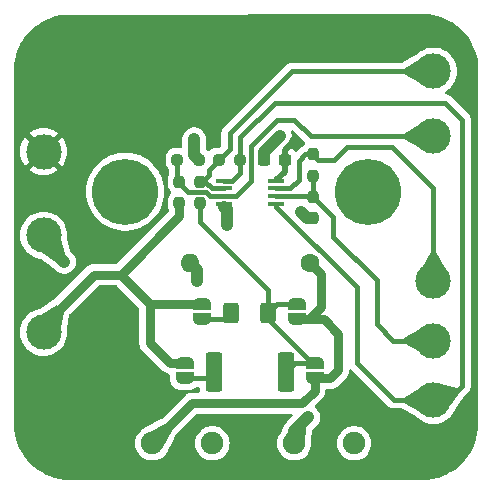
<source format=gbr>
%TF.GenerationSoftware,KiCad,Pcbnew,8.0.2*%
%TF.CreationDate,2024-12-27T17:59:50+11:00*%
%TF.ProjectId,Shutter-TestPlatform,53687574-7465-4722-9d54-657374506c61,rev?*%
%TF.SameCoordinates,Original*%
%TF.FileFunction,Copper,L1,Top*%
%TF.FilePolarity,Positive*%
%FSLAX46Y46*%
G04 Gerber Fmt 4.6, Leading zero omitted, Abs format (unit mm)*
G04 Created by KiCad (PCBNEW 8.0.2) date 2024-12-27 17:59:50*
%MOMM*%
%LPD*%
G01*
G04 APERTURE LIST*
G04 Aperture macros list*
%AMRoundRect*
0 Rectangle with rounded corners*
0 $1 Rounding radius*
0 $2 $3 $4 $5 $6 $7 $8 $9 X,Y pos of 4 corners*
0 Add a 4 corners polygon primitive as box body*
4,1,4,$2,$3,$4,$5,$6,$7,$8,$9,$2,$3,0*
0 Add four circle primitives for the rounded corners*
1,1,$1+$1,$2,$3*
1,1,$1+$1,$4,$5*
1,1,$1+$1,$6,$7*
1,1,$1+$1,$8,$9*
0 Add four rect primitives between the rounded corners*
20,1,$1+$1,$2,$3,$4,$5,0*
20,1,$1+$1,$4,$5,$6,$7,0*
20,1,$1+$1,$6,$7,$8,$9,0*
20,1,$1+$1,$8,$9,$2,$3,0*%
%AMFreePoly0*
4,1,19,0.500000,-0.750000,0.000000,-0.750000,0.000000,-0.744911,-0.071157,-0.744911,-0.207708,-0.704816,-0.327430,-0.627875,-0.420627,-0.520320,-0.479746,-0.390866,-0.500000,-0.250000,-0.500000,0.250000,-0.479746,0.390866,-0.420627,0.520320,-0.327430,0.627875,-0.207708,0.704816,-0.071157,0.744911,0.000000,0.744911,0.000000,0.750000,0.500000,0.750000,0.500000,-0.750000,0.500000,-0.750000,
$1*%
%AMFreePoly1*
4,1,19,0.000000,0.744911,0.071157,0.744911,0.207708,0.704816,0.327430,0.627875,0.420627,0.520320,0.479746,0.390866,0.500000,0.250000,0.500000,-0.250000,0.479746,-0.390866,0.420627,-0.520320,0.327430,-0.627875,0.207708,-0.704816,0.071157,-0.744911,0.000000,-0.744911,0.000000,-0.750000,-0.500000,-0.750000,-0.500000,0.750000,0.000000,0.750000,0.000000,0.744911,0.000000,0.744911,
$1*%
G04 Aperture macros list end*
%TA.AperFunction,SMDPad,CuDef*%
%ADD10RoundRect,0.237500X0.237500X-0.250000X0.237500X0.250000X-0.237500X0.250000X-0.237500X-0.250000X0*%
%TD*%
%TA.AperFunction,SMDPad,CuDef*%
%ADD11RoundRect,0.237500X-0.237500X0.250000X-0.237500X-0.250000X0.237500X-0.250000X0.237500X0.250000X0*%
%TD*%
%TA.AperFunction,SMDPad,CuDef*%
%ADD12FreePoly0,90.000000*%
%TD*%
%TA.AperFunction,SMDPad,CuDef*%
%ADD13FreePoly1,90.000000*%
%TD*%
%TA.AperFunction,SMDPad,CuDef*%
%ADD14C,3.000000*%
%TD*%
%TA.AperFunction,ComponentPad*%
%ADD15C,1.600000*%
%TD*%
%TA.AperFunction,ComponentPad*%
%ADD16O,1.600000X1.600000*%
%TD*%
%TA.AperFunction,ComponentPad*%
%ADD17C,5.600000*%
%TD*%
%TA.AperFunction,ComponentPad*%
%ADD18C,1.905000*%
%TD*%
%TA.AperFunction,SMDPad,CuDef*%
%ADD19RoundRect,0.237500X0.250000X0.237500X-0.250000X0.237500X-0.250000X-0.237500X0.250000X-0.237500X0*%
%TD*%
%TA.AperFunction,SMDPad,CuDef*%
%ADD20RoundRect,0.237500X0.300000X0.237500X-0.300000X0.237500X-0.300000X-0.237500X0.300000X-0.237500X0*%
%TD*%
%TA.AperFunction,SMDPad,CuDef*%
%ADD21RoundRect,0.237500X-0.250000X-0.237500X0.250000X-0.237500X0.250000X0.237500X-0.250000X0.237500X0*%
%TD*%
%TA.AperFunction,SMDPad,CuDef*%
%ADD22R,1.400000X0.450000*%
%TD*%
%TA.AperFunction,SMDPad,CuDef*%
%ADD23RoundRect,0.249999X0.450001X1.425001X-0.450001X1.425001X-0.450001X-1.425001X0.450001X-1.425001X0*%
%TD*%
%TA.AperFunction,SMDPad,CuDef*%
%ADD24RoundRect,0.250000X0.400000X0.625000X-0.400000X0.625000X-0.400000X-0.625000X0.400000X-0.625000X0*%
%TD*%
%TA.AperFunction,ViaPad*%
%ADD25C,0.800000*%
%TD*%
%TA.AperFunction,Conductor*%
%ADD26C,0.400000*%
%TD*%
%TA.AperFunction,Conductor*%
%ADD27C,1.000000*%
%TD*%
%TA.AperFunction,Conductor*%
%ADD28C,0.800000*%
%TD*%
%TA.AperFunction,Conductor*%
%ADD29C,0.500000*%
%TD*%
G04 APERTURE END LIST*
D10*
%TO.P,R4,1*%
%TO.N,/+12V*%
X159500000Y-76675724D03*
%TO.P,R4,2*%
%TO.N,/V1+*%
X159500000Y-74850724D03*
%TD*%
D11*
%TO.P,R8,1*%
%TO.N,/V2-*%
X170800000Y-76125000D03*
%TO.P,R8,2*%
%TO.N,GND*%
X170800000Y-77950000D03*
%TD*%
D12*
%TO.P,JP4,1,A*%
%TO.N,/MOTOR_{IN}*%
X170950000Y-91500000D03*
D13*
%TO.P,JP4,2,B*%
%TO.N,Net-(JP2-B)*%
X170950000Y-90200000D03*
%TD*%
D14*
%TO.P,TP3,1,1*%
%TO.N,/V1-*%
X181000000Y-65500000D03*
%TD*%
D12*
%TO.P,JP1,1,A*%
%TO.N,Net-(JP1-A)*%
X161450000Y-86500000D03*
D13*
%TO.P,JP1,2,B*%
%TO.N,/+12V*%
X161450000Y-85200000D03*
%TD*%
D15*
%TO.P,R9,1*%
%TO.N,/MOTOR_{IN}*%
X170580000Y-81750000D03*
D16*
%TO.P,R9,2*%
%TO.N,GND*%
X160420000Y-81750000D03*
%TD*%
D17*
%TO.P,H1,1,1*%
%TO.N,unconnected-(H1-Pad1)*%
X154900000Y-75700000D03*
%TD*%
D18*
%TO.P,J2,1,Pin_1*%
%TO.N,GND*%
X169210000Y-97000000D03*
%TO.P,J2,2*%
%TO.N,N/C*%
X174290000Y-97000000D03*
%TD*%
D19*
%TO.P,R5,1*%
%TO.N,GND*%
X161155213Y-73000000D03*
%TO.P,R5,2*%
%TO.N,/V1+*%
X159330213Y-73000000D03*
%TD*%
D20*
%TO.P,C1,1*%
%TO.N,/+5V*%
X168400000Y-73000000D03*
%TO.P,C1,2*%
%TO.N,GND*%
X166675000Y-73000000D03*
%TD*%
D21*
%TO.P,R6,1*%
%TO.N,/V1-*%
X162837500Y-73000000D03*
%TO.P,R6,2*%
%TO.N,/V1_{OUT}*%
X164662500Y-73000000D03*
%TD*%
D14*
%TO.P,TP10,1,1*%
%TO.N,/+12V*%
X148000000Y-87600000D03*
%TD*%
D17*
%TO.P,H2,1,1*%
%TO.N,unconnected-(H2-Pad1)*%
X175500000Y-75750000D03*
%TD*%
D10*
%TO.P,R3,1*%
%TO.N,Net-(JP2-B)*%
X161250000Y-76675724D03*
%TO.P,R3,2*%
%TO.N,/V1-*%
X161250000Y-74850724D03*
%TD*%
D18*
%TO.P,J1,1,Pin_1*%
%TO.N,/MOTOR_{IN}*%
X157210000Y-97000000D03*
%TO.P,J1,2*%
%TO.N,N/C*%
X162290000Y-97000000D03*
%TD*%
D14*
%TO.P,TP9,1,1*%
%TO.N,/+5V*%
X148000000Y-72300000D03*
%TD*%
D22*
%TO.P,IC1,1,OUT1*%
%TO.N,/V1_{OUT}*%
X163300000Y-74775000D03*
%TO.P,IC1,2,IN-1*%
%TO.N,/V1-*%
X163300000Y-75425000D03*
%TO.P,IC1,3,IN+1*%
%TO.N,/V1+*%
X163300000Y-76075000D03*
%TO.P,IC1,4,GND*%
%TO.N,GND*%
X163300000Y-76725000D03*
%TO.P,IC1,5,IN+2*%
%TO.N,/V1_{OUT}*%
X167700000Y-76725000D03*
%TO.P,IC1,6,IN-2*%
%TO.N,/V2-*%
X167700000Y-76075000D03*
%TO.P,IC1,7,OUT2*%
%TO.N,/V2_{OUT}*%
X167700000Y-75425000D03*
%TO.P,IC1,8,VS*%
%TO.N,/+5V*%
X167700000Y-74775000D03*
%TD*%
D11*
%TO.P,R7,1*%
%TO.N,/V2_{OUT}*%
X170800000Y-72537500D03*
%TO.P,R7,2*%
%TO.N,/V2-*%
X170800000Y-74362500D03*
%TD*%
D14*
%TO.P,TP11,1,1*%
%TO.N,GND*%
X148000000Y-79400000D03*
%TD*%
D12*
%TO.P,JP2,1,A*%
%TO.N,/MOTOR_{IN}*%
X169450000Y-86500000D03*
D13*
%TO.P,JP2,2,B*%
%TO.N,Net-(JP2-B)*%
X169450000Y-85200000D03*
%TD*%
D14*
%TO.P,TP4,1,1*%
%TO.N,/V1+*%
X181000000Y-71000000D03*
%TD*%
%TO.P,TP5,1,1*%
%TO.N,/V1_{OUT}*%
X181000000Y-93350000D03*
%TD*%
%TO.P,TP8,1,1*%
%TO.N,/V2_{OUT}*%
X181000000Y-83300000D03*
%TD*%
D23*
%TO.P,R2,1*%
%TO.N,Net-(JP2-B)*%
X168500000Y-91000000D03*
%TO.P,R2,2*%
%TO.N,Net-(JP3-A)*%
X162400000Y-91000000D03*
%TD*%
D24*
%TO.P,R1,1*%
%TO.N,Net-(JP2-B)*%
X167000000Y-86000000D03*
%TO.P,R1,2*%
%TO.N,Net-(JP1-A)*%
X163900000Y-86000000D03*
%TD*%
D12*
%TO.P,JP3,1,A*%
%TO.N,Net-(JP3-A)*%
X159950000Y-91500000D03*
D13*
%TO.P,JP3,2,B*%
%TO.N,/+12V*%
X159950000Y-90200000D03*
%TD*%
D14*
%TO.P,TP6,1,1*%
%TO.N,/V2-*%
X181000000Y-88300000D03*
%TD*%
D25*
%TO.N,GND*%
X161000000Y-83250000D03*
X169800000Y-77450000D03*
X149750000Y-81650000D03*
X160750000Y-71250462D03*
X163500000Y-78500000D03*
X170400000Y-94790000D03*
X168000000Y-71000000D03*
%TO.N,/+5V*%
X165000000Y-67200000D03*
X169200000Y-71400000D03*
%TD*%
D26*
%TO.N,/V2_{OUT}*%
X173700000Y-71900000D02*
X177500000Y-71900000D01*
X172600000Y-73000000D02*
X173700000Y-71900000D01*
X181000000Y-75400000D02*
X181000000Y-83300000D01*
X171262500Y-73000000D02*
X172600000Y-73000000D01*
X177500000Y-71900000D02*
X181000000Y-75400000D01*
X170800000Y-72537500D02*
X171262500Y-73000000D01*
%TO.N,/V1_{OUT}*%
X183460000Y-92140000D02*
X182250000Y-93350000D01*
X182250000Y-93350000D02*
X181000000Y-93350000D01*
X182000000Y-68150000D02*
X183460000Y-69610000D01*
X167600000Y-68150000D02*
X182000000Y-68150000D01*
X164662500Y-71087500D02*
X167600000Y-68150000D01*
X164662500Y-73000000D02*
X164662500Y-71087500D01*
X183460000Y-69610000D02*
X183460000Y-92140000D01*
%TO.N,/V1+*%
X169200000Y-69600000D02*
X170600000Y-71000000D01*
X163300000Y-76075000D02*
X164325000Y-76075000D01*
X159330213Y-74680937D02*
X159500000Y-74850724D01*
X165600000Y-71800000D02*
X167800000Y-69600000D01*
X162075000Y-76075000D02*
X163300000Y-76075000D01*
X159330213Y-73000000D02*
X159330213Y-74680937D01*
X165600000Y-74800000D02*
X165600000Y-71800000D01*
X159500000Y-75000000D02*
X160250000Y-75750000D01*
X164325000Y-76075000D02*
X165600000Y-74800000D01*
X159500000Y-74850724D02*
X159500000Y-75000000D01*
X160250000Y-75750000D02*
X161750000Y-75750000D01*
X161750000Y-75750000D02*
X162075000Y-76075000D01*
X167800000Y-69600000D02*
X169200000Y-69600000D01*
X170600000Y-71000000D02*
X181000000Y-71000000D01*
%TO.N,/V1-*%
X169000000Y-65500000D02*
X181000000Y-65500000D01*
X163750000Y-70750000D02*
X169000000Y-65500000D01*
X163750000Y-72087500D02*
X163750000Y-70750000D01*
X161399276Y-74850724D02*
X162000000Y-74250000D01*
X161250000Y-74850724D02*
X161699252Y-74850724D01*
X161699252Y-74850724D02*
X162273528Y-75425000D01*
X162837500Y-73000000D02*
X163750000Y-72087500D01*
X162000000Y-73837500D02*
X162837500Y-73000000D01*
X162273528Y-75425000D02*
X163300000Y-75425000D01*
X162000000Y-74250000D02*
X162000000Y-73837500D01*
X161250000Y-74850724D02*
X161399276Y-74850724D01*
%TO.N,/V1_{OUT}*%
X164662500Y-74087500D02*
X164662500Y-73000000D01*
X163300000Y-74775000D02*
X163975000Y-74775000D01*
X167675000Y-76750000D02*
X167700000Y-76725000D01*
X163975000Y-74775000D02*
X164662500Y-74087500D01*
D27*
%TO.N,GND*%
X149750000Y-81650000D02*
X148000000Y-79900000D01*
X148000000Y-79900000D02*
X148000000Y-79400000D01*
X169800000Y-77450000D02*
X170300000Y-77950000D01*
X163500000Y-77200000D02*
X163300000Y-77000000D01*
X169210000Y-95980000D02*
X169210000Y-97000000D01*
X160750000Y-72594787D02*
X161155213Y-73000000D01*
X163500000Y-78500000D02*
X163500000Y-77200000D01*
X170400000Y-94790000D02*
X169210000Y-95980000D01*
X161000000Y-82330000D02*
X160420000Y-81750000D01*
X168000000Y-71000000D02*
X166675000Y-72325000D01*
X166675000Y-72325000D02*
X166675000Y-73000000D01*
X170300000Y-77950000D02*
X170800000Y-77950000D01*
X161000000Y-83250000D02*
X161000000Y-82330000D01*
X160750000Y-71250462D02*
X160750000Y-72594787D01*
D28*
%TO.N,/MOTOR_{IN}*%
X170950000Y-92540000D02*
X170950000Y-91500000D01*
X172960000Y-87710000D02*
X172960000Y-90810000D01*
X169450000Y-86500000D02*
X170500000Y-86500000D01*
X157210000Y-97000000D02*
X160600000Y-93610000D01*
X171500000Y-82670000D02*
X170580000Y-81750000D01*
X172270000Y-91500000D02*
X170950000Y-91500000D01*
X171750000Y-86500000D02*
X172960000Y-87710000D01*
X170500000Y-86500000D02*
X171500000Y-85500000D01*
X171500000Y-85500000D02*
X171500000Y-82670000D01*
X169880000Y-93610000D02*
X170950000Y-92540000D01*
X169450000Y-86500000D02*
X171750000Y-86500000D01*
X172960000Y-90810000D02*
X172270000Y-91500000D01*
X160600000Y-93610000D02*
X169880000Y-93610000D01*
D26*
%TO.N,/V2_{OUT}*%
X169600000Y-73100000D02*
X170162500Y-72537500D01*
X167700000Y-75425000D02*
X168875000Y-75425000D01*
X168875000Y-75425000D02*
X169600000Y-74700000D01*
X170162500Y-72537500D02*
X170800000Y-72537500D01*
X169600000Y-74700000D02*
X169600000Y-73100000D01*
%TO.N,/V2-*%
X170800000Y-76125000D02*
X170800000Y-76200000D01*
X170800000Y-74362500D02*
X170800000Y-76125000D01*
X167700000Y-76075000D02*
X170750000Y-76075000D01*
X170750000Y-76075000D02*
X170800000Y-76125000D01*
D29*
%TO.N,/+5V*%
X168400000Y-73000000D02*
X168400000Y-74050000D01*
X168400000Y-72200000D02*
X168400000Y-73000000D01*
X168400000Y-74050000D02*
X167700000Y-74750000D01*
X169200000Y-71400000D02*
X168400000Y-72200000D01*
D28*
%TO.N,/+12V*%
X157007406Y-88492594D02*
X157007406Y-85200000D01*
X148000000Y-87000000D02*
X148000000Y-87600000D01*
X154528703Y-82721297D02*
X159500000Y-77750000D01*
X154528703Y-82721297D02*
X157007406Y-85200000D01*
X159500000Y-77750000D02*
X159500000Y-76675724D01*
X157007406Y-85200000D02*
X161450000Y-85200000D01*
X154528703Y-82721297D02*
X152278703Y-82721297D01*
X157000000Y-88500000D02*
X157007406Y-88492594D01*
X152278703Y-82721297D02*
X148000000Y-87000000D01*
X158700000Y-90200000D02*
X157007406Y-88507406D01*
X157000000Y-88500000D02*
X157007406Y-88507406D01*
X159950000Y-90200000D02*
X158700000Y-90200000D01*
D26*
%TO.N,Net-(JP1-A)*%
X161450000Y-86500000D02*
X163400000Y-86500000D01*
X163400000Y-86500000D02*
X163900000Y-86000000D01*
%TO.N,Net-(JP2-B)*%
X167000000Y-86000000D02*
X167800000Y-85200000D01*
X167000000Y-86000000D02*
X167000000Y-86475000D01*
X167000000Y-86475000D02*
X170725000Y-90200000D01*
X161250000Y-78250000D02*
X161250000Y-76675724D01*
X167800000Y-85200000D02*
X169450000Y-85200000D01*
X170725000Y-90200000D02*
X170950000Y-90200000D01*
X167000000Y-86000000D02*
X167000000Y-84000000D01*
X168500000Y-91000000D02*
X169300000Y-90200000D01*
X167000000Y-84000000D02*
X161250000Y-78250000D01*
X169300000Y-90200000D02*
X170950000Y-90200000D01*
%TO.N,Net-(JP3-A)*%
X159950000Y-91500000D02*
X161900000Y-91500000D01*
X161900000Y-91500000D02*
X162400000Y-91000000D01*
%TO.N,/V2-*%
X181060000Y-88860000D02*
X181000000Y-88800000D01*
X170800000Y-76125000D02*
X172500000Y-77825000D01*
X172500000Y-79500000D02*
X176200000Y-83200000D01*
X172500000Y-77825000D02*
X172500000Y-79500000D01*
X176200000Y-83200000D02*
X176200000Y-86900000D01*
X176200000Y-86900000D02*
X177600000Y-88300000D01*
X177600000Y-88300000D02*
X181000000Y-88300000D01*
%TO.N,/V1_{OUT}*%
X167700000Y-77000000D02*
X167700000Y-76725000D01*
X181000000Y-93350000D02*
X177650000Y-93350000D01*
X177650000Y-93350000D02*
X174500000Y-90200000D01*
X174500000Y-90200000D02*
X174500000Y-83800000D01*
X174500000Y-83800000D02*
X167700000Y-77000000D01*
%TD*%
%TA.AperFunction,Conductor*%
%TO.N,/+5V*%
G36*
X169102986Y-70512191D02*
G01*
X169151508Y-70542165D01*
X170122099Y-71512757D01*
X170155584Y-71574080D01*
X170150600Y-71643772D01*
X170108728Y-71699705D01*
X170102893Y-71703677D01*
X170101654Y-71704656D01*
X169979658Y-71826651D01*
X169977200Y-71830637D01*
X169925250Y-71877358D01*
X169919119Y-71880094D01*
X169830697Y-71916720D01*
X169830682Y-71916728D01*
X169715956Y-71993385D01*
X169432593Y-72276748D01*
X169371270Y-72310233D01*
X169301578Y-72305249D01*
X169257231Y-72276748D01*
X169160538Y-72180055D01*
X169160534Y-72180052D01*
X169013811Y-72089551D01*
X169013800Y-72089546D01*
X168850152Y-72035319D01*
X168749154Y-72025000D01*
X168689282Y-72025000D01*
X168622243Y-72005315D01*
X168576488Y-71952511D01*
X168566544Y-71883353D01*
X168595569Y-71819797D01*
X168601601Y-71813319D01*
X168777136Y-71637784D01*
X168777136Y-71637783D01*
X168777139Y-71637781D01*
X168886631Y-71473914D01*
X168962051Y-71291836D01*
X169000500Y-71098540D01*
X169000500Y-70901460D01*
X169000500Y-70901457D01*
X169000499Y-70901455D01*
X168962051Y-70708164D01*
X168949265Y-70677298D01*
X168941797Y-70607830D01*
X168973072Y-70545350D01*
X169033161Y-70509698D01*
X169102986Y-70512191D01*
G37*
%TD.AperFunction*%
%TA.AperFunction,Conductor*%
G36*
X180188216Y-60675064D02*
G01*
X180586597Y-60695392D01*
X180597400Y-60696419D01*
X180990418Y-60751291D01*
X181001080Y-60753259D01*
X181364117Y-60836905D01*
X181387758Y-60842352D01*
X181398239Y-60845256D01*
X181775627Y-60967889D01*
X181785801Y-60971697D01*
X181814546Y-60983915D01*
X182150975Y-61126919D01*
X182160787Y-61131608D01*
X182510962Y-61318234D01*
X182520316Y-61323758D01*
X182563384Y-61351815D01*
X182852799Y-61540356D01*
X182861642Y-61546686D01*
X183173857Y-61791574D01*
X183182112Y-61798655D01*
X183471666Y-62069958D01*
X183479269Y-62077735D01*
X183743944Y-62373373D01*
X183750836Y-62381787D01*
X183988579Y-62699468D01*
X183994707Y-62708452D01*
X184203706Y-63045754D01*
X184209023Y-63055241D01*
X184387659Y-63409549D01*
X184392125Y-63419466D01*
X184539032Y-63788076D01*
X184542611Y-63798346D01*
X184656650Y-64178396D01*
X184659316Y-64188940D01*
X184739616Y-64577526D01*
X184741348Y-64588263D01*
X184787292Y-64982398D01*
X184788076Y-64993245D01*
X184799432Y-65394322D01*
X184799467Y-65399761D01*
X184798747Y-65446025D01*
X184799500Y-65456644D01*
X184799500Y-95397293D01*
X184799382Y-95402702D01*
X184781853Y-95804181D01*
X184780910Y-95814957D01*
X184728811Y-96210685D01*
X184726933Y-96221339D01*
X184640538Y-96611039D01*
X184637738Y-96621487D01*
X184517713Y-97002159D01*
X184514013Y-97012325D01*
X184361263Y-97381096D01*
X184356691Y-97390900D01*
X184172388Y-97744942D01*
X184166980Y-97754310D01*
X183952511Y-98090959D01*
X183946306Y-98099820D01*
X183703319Y-98416487D01*
X183696365Y-98424774D01*
X183426705Y-98719056D01*
X183419056Y-98726705D01*
X183124774Y-98996365D01*
X183116487Y-99003319D01*
X182799820Y-99246306D01*
X182790959Y-99252511D01*
X182454310Y-99466980D01*
X182444942Y-99472388D01*
X182090900Y-99656691D01*
X182081096Y-99661263D01*
X181712325Y-99814013D01*
X181702159Y-99817713D01*
X181321487Y-99937738D01*
X181311039Y-99940538D01*
X180921339Y-100026933D01*
X180910685Y-100028811D01*
X180514957Y-100080910D01*
X180504181Y-100081853D01*
X180102703Y-100099382D01*
X180097294Y-100099500D01*
X150202706Y-100099500D01*
X150197297Y-100099382D01*
X149795818Y-100081853D01*
X149785042Y-100080910D01*
X149389314Y-100028811D01*
X149378660Y-100026933D01*
X148988960Y-99940538D01*
X148978512Y-99937738D01*
X148597840Y-99817713D01*
X148587674Y-99814013D01*
X148218903Y-99661263D01*
X148209099Y-99656691D01*
X147855057Y-99472388D01*
X147845689Y-99466980D01*
X147509040Y-99252511D01*
X147500179Y-99246306D01*
X147183512Y-99003319D01*
X147175225Y-98996365D01*
X146880943Y-98726705D01*
X146873294Y-98719056D01*
X146603634Y-98424774D01*
X146596680Y-98416487D01*
X146353693Y-98099820D01*
X146347488Y-98090959D01*
X146133019Y-97754310D01*
X146127611Y-97744942D01*
X146061857Y-97618630D01*
X145943305Y-97390893D01*
X145938736Y-97381096D01*
X145785982Y-97012315D01*
X145782286Y-97002159D01*
X145781605Y-97000000D01*
X145662260Y-96621483D01*
X145659461Y-96611039D01*
X145591853Y-96306081D01*
X145573064Y-96221331D01*
X145571188Y-96210685D01*
X145571181Y-96210629D01*
X145519087Y-95814937D01*
X145518147Y-95804202D01*
X145500618Y-95402702D01*
X145500500Y-95397293D01*
X145500500Y-87599998D01*
X145994390Y-87599998D01*
X145994390Y-87600001D01*
X146014804Y-87885433D01*
X146075628Y-88165037D01*
X146075630Y-88165043D01*
X146075631Y-88165046D01*
X146149039Y-88361859D01*
X146175635Y-88433166D01*
X146312770Y-88684309D01*
X146312775Y-88684317D01*
X146484254Y-88913387D01*
X146484270Y-88913405D01*
X146686594Y-89115729D01*
X146686612Y-89115745D01*
X146915682Y-89287224D01*
X146915690Y-89287229D01*
X147166833Y-89424364D01*
X147166832Y-89424364D01*
X147166836Y-89424365D01*
X147166839Y-89424367D01*
X147434954Y-89524369D01*
X147434960Y-89524370D01*
X147434962Y-89524371D01*
X147714566Y-89585195D01*
X147714568Y-89585195D01*
X147714572Y-89585196D01*
X147968220Y-89603337D01*
X147999999Y-89605610D01*
X148000000Y-89605610D01*
X148000001Y-89605610D01*
X148028595Y-89603564D01*
X148285428Y-89585196D01*
X148371957Y-89566373D01*
X148565037Y-89524371D01*
X148565037Y-89524370D01*
X148565046Y-89524369D01*
X148833161Y-89424367D01*
X149084315Y-89287226D01*
X149313395Y-89115739D01*
X149515739Y-88913395D01*
X149687226Y-88684315D01*
X149824367Y-88433161D01*
X149924369Y-88165046D01*
X149985196Y-87885428D01*
X150005610Y-87600000D01*
X149985196Y-87314572D01*
X149973697Y-87261715D01*
X149972713Y-87214026D01*
X150159202Y-86146173D01*
X150190125Y-86083522D01*
X150193646Y-86079852D01*
X152615384Y-83658116D01*
X152676707Y-83624631D01*
X152703065Y-83621797D01*
X154104341Y-83621797D01*
X154171380Y-83641482D01*
X154192022Y-83658116D01*
X156070587Y-85536680D01*
X156104072Y-85598003D01*
X156106906Y-85624361D01*
X156106906Y-88361859D01*
X156104524Y-88386048D01*
X156099500Y-88411307D01*
X156099500Y-88588696D01*
X156134103Y-88762658D01*
X156134105Y-88762666D01*
X156201988Y-88926548D01*
X156300534Y-89074034D01*
X156300538Y-89074039D01*
X156307938Y-89081438D01*
X156307942Y-89081442D01*
X158000536Y-90774035D01*
X158125965Y-90899464D01*
X158273453Y-90998013D01*
X158407311Y-91053458D01*
X158407314Y-91053459D01*
X158407315Y-91053460D01*
X158437329Y-91065892D01*
X158437334Y-91065894D01*
X158518657Y-91082070D01*
X158594691Y-91097195D01*
X158656602Y-91129580D01*
X158691176Y-91190296D01*
X158694500Y-91218812D01*
X158694500Y-91571889D01*
X158714974Y-91714296D01*
X158714976Y-91714304D01*
X158750198Y-91834261D01*
X158755483Y-91852258D01*
X158815252Y-91983136D01*
X158815253Y-91983138D01*
X158889376Y-92098476D01*
X158890196Y-92099917D01*
X158892988Y-92104098D01*
X158987206Y-92212829D01*
X158987210Y-92212833D01*
X159095864Y-92306981D01*
X159095867Y-92306984D01*
X159095869Y-92306985D01*
X159095870Y-92306986D01*
X159216906Y-92384770D01*
X159216914Y-92384774D01*
X159216923Y-92384779D01*
X159341642Y-92441736D01*
X159345941Y-92443985D01*
X159347692Y-92444499D01*
X159485744Y-92485035D01*
X159485745Y-92485035D01*
X159485748Y-92485036D01*
X159528183Y-92491136D01*
X159628059Y-92505497D01*
X159684399Y-92505497D01*
X159684409Y-92505500D01*
X159735764Y-92505500D01*
X160215573Y-92505500D01*
X160215601Y-92505497D01*
X160271940Y-92505497D01*
X160271941Y-92505497D01*
X160275289Y-92505015D01*
X160277228Y-92504737D01*
X160346387Y-92514678D01*
X160394675Y-92556518D01*
X160418524Y-92504297D01*
X160477301Y-92466523D01*
X160552309Y-92444498D01*
X160683094Y-92384770D01*
X160804130Y-92306986D01*
X160814490Y-92298009D01*
X160892070Y-92230787D01*
X160955625Y-92201762D01*
X160973272Y-92200500D01*
X161075500Y-92200500D01*
X161142539Y-92220185D01*
X161188294Y-92272989D01*
X161199500Y-92324500D01*
X161199500Y-92475019D01*
X161209500Y-92572898D01*
X161196731Y-92641591D01*
X161148850Y-92692475D01*
X161086142Y-92709500D01*
X160512237Y-92709500D01*
X160445198Y-92689815D01*
X160411867Y-92651349D01*
X160399195Y-92694511D01*
X160346392Y-92740267D01*
X160342331Y-92742035D01*
X160255393Y-92778046D01*
X160173455Y-92811985D01*
X160088030Y-92869065D01*
X160025961Y-92910537D01*
X157999375Y-94937123D01*
X157969322Y-94959237D01*
X156632381Y-95660960D01*
X156624586Y-95664711D01*
X156624336Y-95664820D01*
X156412563Y-95779426D01*
X156412558Y-95779429D01*
X156284630Y-95879000D01*
X156222537Y-95927329D01*
X156222534Y-95927331D01*
X156222534Y-95927332D01*
X156059449Y-96104490D01*
X155927743Y-96306081D01*
X155831017Y-96526594D01*
X155771904Y-96760027D01*
X155752020Y-96999994D01*
X155752020Y-97000005D01*
X155771904Y-97239972D01*
X155771904Y-97239975D01*
X155771905Y-97239976D01*
X155831017Y-97473405D01*
X155927745Y-97693922D01*
X156059449Y-97895510D01*
X156222537Y-98072671D01*
X156412561Y-98220572D01*
X156624336Y-98335179D01*
X156742598Y-98375778D01*
X156852083Y-98413365D01*
X156852085Y-98413365D01*
X156852087Y-98413366D01*
X157089601Y-98453000D01*
X157089602Y-98453000D01*
X157330398Y-98453000D01*
X157330399Y-98453000D01*
X157567913Y-98413366D01*
X157795664Y-98335179D01*
X158007439Y-98220572D01*
X158197463Y-98072671D01*
X158360551Y-97895510D01*
X158492255Y-97693922D01*
X158525285Y-97618618D01*
X158538360Y-97595770D01*
X158542547Y-97589983D01*
X158852215Y-96999994D01*
X160832020Y-96999994D01*
X160832020Y-97000005D01*
X160851904Y-97239972D01*
X160851904Y-97239975D01*
X160851905Y-97239976D01*
X160911017Y-97473405D01*
X161007745Y-97693922D01*
X161139449Y-97895510D01*
X161302537Y-98072671D01*
X161492561Y-98220572D01*
X161704336Y-98335179D01*
X161822598Y-98375778D01*
X161932083Y-98413365D01*
X161932085Y-98413365D01*
X161932087Y-98413366D01*
X162169601Y-98453000D01*
X162169602Y-98453000D01*
X162410398Y-98453000D01*
X162410399Y-98453000D01*
X162647913Y-98413366D01*
X162875664Y-98335179D01*
X163087439Y-98220572D01*
X163277463Y-98072671D01*
X163440551Y-97895510D01*
X163572255Y-97693922D01*
X163668983Y-97473405D01*
X163728095Y-97239976D01*
X163746959Y-97012325D01*
X163747980Y-97000005D01*
X163747980Y-96999994D01*
X163728095Y-96760027D01*
X163728095Y-96760024D01*
X163668983Y-96526595D01*
X163572255Y-96306078D01*
X163440551Y-96104490D01*
X163277463Y-95927329D01*
X163119242Y-95804181D01*
X163087441Y-95779429D01*
X162875665Y-95664821D01*
X162875656Y-95664818D01*
X162647916Y-95586634D01*
X162469777Y-95556908D01*
X162410399Y-95547000D01*
X162169601Y-95547000D01*
X162122098Y-95554926D01*
X161932083Y-95586634D01*
X161704343Y-95664818D01*
X161704334Y-95664821D01*
X161492558Y-95779429D01*
X161364630Y-95879000D01*
X161302537Y-95927329D01*
X161302534Y-95927331D01*
X161302534Y-95927332D01*
X161139449Y-96104490D01*
X161007743Y-96306081D01*
X160911017Y-96526594D01*
X160851904Y-96760027D01*
X160832020Y-96999994D01*
X158852215Y-96999994D01*
X159250758Y-96240677D01*
X159272866Y-96210632D01*
X160936681Y-94546819D01*
X160998004Y-94513334D01*
X161024362Y-94510500D01*
X168965218Y-94510500D01*
X169032257Y-94530185D01*
X169078012Y-94582989D01*
X169087956Y-94652147D01*
X169058931Y-94715703D01*
X169052903Y-94722176D01*
X168572221Y-95202858D01*
X168572218Y-95202861D01*
X168511169Y-95263910D01*
X168432859Y-95342219D01*
X168323371Y-95506080D01*
X168323366Y-95506089D01*
X168276503Y-95619229D01*
X168247950Y-95688159D01*
X168247949Y-95688163D01*
X168247949Y-95688164D01*
X168245495Y-95700500D01*
X168245494Y-95700502D01*
X168209500Y-95881453D01*
X168208978Y-95886758D01*
X168186524Y-95946609D01*
X168130700Y-96024867D01*
X168129189Y-96027039D01*
X168118648Y-96040180D01*
X168059449Y-96104489D01*
X167927743Y-96306081D01*
X167831017Y-96526594D01*
X167771904Y-96760027D01*
X167752020Y-96999994D01*
X167752020Y-97000005D01*
X167771904Y-97239972D01*
X167771904Y-97239975D01*
X167771905Y-97239976D01*
X167831017Y-97473405D01*
X167927745Y-97693922D01*
X168059449Y-97895510D01*
X168222537Y-98072671D01*
X168412561Y-98220572D01*
X168624336Y-98335179D01*
X168742598Y-98375778D01*
X168852083Y-98413365D01*
X168852085Y-98413365D01*
X168852087Y-98413366D01*
X169089601Y-98453000D01*
X169089602Y-98453000D01*
X169330398Y-98453000D01*
X169330399Y-98453000D01*
X169567913Y-98413366D01*
X169795664Y-98335179D01*
X170007439Y-98220572D01*
X170197463Y-98072671D01*
X170360551Y-97895510D01*
X170492255Y-97693922D01*
X170588983Y-97473405D01*
X170648095Y-97239976D01*
X170667577Y-97004859D01*
X170667752Y-97003463D01*
X170667720Y-97003460D01*
X170668041Y-96999994D01*
X172832020Y-96999994D01*
X172832020Y-97000005D01*
X172851904Y-97239972D01*
X172851904Y-97239975D01*
X172851905Y-97239976D01*
X172911017Y-97473405D01*
X173007745Y-97693922D01*
X173139449Y-97895510D01*
X173302537Y-98072671D01*
X173492561Y-98220572D01*
X173704336Y-98335179D01*
X173822598Y-98375778D01*
X173932083Y-98413365D01*
X173932085Y-98413365D01*
X173932087Y-98413366D01*
X174169601Y-98453000D01*
X174169602Y-98453000D01*
X174410398Y-98453000D01*
X174410399Y-98453000D01*
X174647913Y-98413366D01*
X174875664Y-98335179D01*
X175087439Y-98220572D01*
X175277463Y-98072671D01*
X175440551Y-97895510D01*
X175572255Y-97693922D01*
X175668983Y-97473405D01*
X175728095Y-97239976D01*
X175746959Y-97012325D01*
X175747980Y-97000005D01*
X175747980Y-96999994D01*
X175728095Y-96760027D01*
X175728095Y-96760024D01*
X175668983Y-96526595D01*
X175572255Y-96306078D01*
X175440551Y-96104490D01*
X175277463Y-95927329D01*
X175119242Y-95804181D01*
X175087441Y-95779429D01*
X174875665Y-95664821D01*
X174875656Y-95664818D01*
X174647916Y-95586634D01*
X174469777Y-95556908D01*
X174410399Y-95547000D01*
X174169601Y-95547000D01*
X174122098Y-95554926D01*
X173932083Y-95586634D01*
X173704343Y-95664818D01*
X173704334Y-95664821D01*
X173492558Y-95779429D01*
X173364630Y-95879000D01*
X173302537Y-95927329D01*
X173302534Y-95927331D01*
X173302534Y-95927332D01*
X173139449Y-96104490D01*
X173007743Y-96306081D01*
X172911017Y-96526594D01*
X172851904Y-96760027D01*
X172832020Y-96999994D01*
X170668041Y-96999994D01*
X170668128Y-96999050D01*
X170673093Y-96760024D01*
X170689625Y-95964105D01*
X170710697Y-95897491D01*
X170725907Y-95879011D01*
X171177139Y-95427781D01*
X171286631Y-95263914D01*
X171362051Y-95081836D01*
X171400500Y-94888540D01*
X171400500Y-94691460D01*
X171400500Y-94691457D01*
X171400499Y-94691455D01*
X171362051Y-94498164D01*
X171286631Y-94316086D01*
X171286629Y-94316083D01*
X171286627Y-94316079D01*
X171177139Y-94152219D01*
X171177136Y-94152215D01*
X171037783Y-94012862D01*
X170991281Y-93981791D01*
X170946475Y-93928178D01*
X170937768Y-93858854D01*
X170967922Y-93795826D01*
X170972469Y-93791028D01*
X171649464Y-93114035D01*
X171701629Y-93035965D01*
X171748013Y-92966547D01*
X171771213Y-92910537D01*
X171774145Y-92903459D01*
X171774145Y-92903458D01*
X171815895Y-92802666D01*
X171850500Y-92628691D01*
X171850500Y-92524500D01*
X171870185Y-92457461D01*
X171922989Y-92411706D01*
X171974500Y-92400500D01*
X172358693Y-92400500D01*
X172358694Y-92400499D01*
X172532666Y-92365895D01*
X172614606Y-92331953D01*
X172696547Y-92298013D01*
X172797158Y-92230787D01*
X172824028Y-92212833D01*
X172830667Y-92208396D01*
X172844036Y-92199464D01*
X173659463Y-91384036D01*
X173659464Y-91384035D01*
X173758013Y-91236547D01*
X173825894Y-91072666D01*
X173840348Y-91000000D01*
X173848649Y-90958268D01*
X173860500Y-90898694D01*
X173860500Y-90850520D01*
X173880185Y-90783481D01*
X173932989Y-90737726D01*
X174002147Y-90727782D01*
X174065703Y-90756807D01*
X174072181Y-90762839D01*
X177203454Y-93894112D01*
X177318192Y-93970777D01*
X177419796Y-94012862D01*
X177445672Y-94023580D01*
X177445676Y-94023580D01*
X177445677Y-94023581D01*
X177581003Y-94050500D01*
X177581006Y-94050500D01*
X177581007Y-94050500D01*
X178324543Y-94050500D01*
X178385905Y-94066746D01*
X179536744Y-94722123D01*
X179563056Y-94742190D01*
X179686595Y-94865729D01*
X179686602Y-94865736D01*
X179686612Y-94865745D01*
X179915682Y-95037224D01*
X179915690Y-95037229D01*
X180166833Y-95174364D01*
X180166832Y-95174364D01*
X180166836Y-95174365D01*
X180166839Y-95174367D01*
X180434954Y-95274369D01*
X180434960Y-95274370D01*
X180434962Y-95274371D01*
X180714566Y-95335195D01*
X180714568Y-95335195D01*
X180714572Y-95335196D01*
X180955188Y-95352405D01*
X180999999Y-95355610D01*
X181000000Y-95355610D01*
X181000001Y-95355610D01*
X181044812Y-95352405D01*
X181285428Y-95335196D01*
X181565046Y-95274369D01*
X181833161Y-95174367D01*
X182084315Y-95037226D01*
X182313395Y-94865739D01*
X182515739Y-94663395D01*
X182687226Y-94434315D01*
X182824367Y-94183161D01*
X182858417Y-94091866D01*
X182873467Y-94063448D01*
X182882654Y-94050500D01*
X183713169Y-92879961D01*
X183726607Y-92864048D01*
X184004113Y-92586543D01*
X184009957Y-92577798D01*
X184080775Y-92471811D01*
X184111707Y-92397134D01*
X184116829Y-92384770D01*
X184133578Y-92344333D01*
X184133580Y-92344329D01*
X184158216Y-92220473D01*
X184159734Y-92212844D01*
X184159737Y-92212829D01*
X184160499Y-92209000D01*
X184160500Y-92208990D01*
X184160500Y-69541005D01*
X184149212Y-69484262D01*
X184149212Y-69484260D01*
X184133581Y-69405679D01*
X184133580Y-69405672D01*
X184080775Y-69278189D01*
X184004114Y-69163457D01*
X184004112Y-69163454D01*
X182446545Y-67605887D01*
X182331807Y-67529222D01*
X182204332Y-67476421D01*
X182204322Y-67476418D01*
X182063331Y-67448373D01*
X182001420Y-67415988D01*
X181966846Y-67355272D01*
X181970586Y-67285503D01*
X182011453Y-67228831D01*
X182028097Y-67217924D01*
X182084304Y-67187232D01*
X182084303Y-67187232D01*
X182084315Y-67187226D01*
X182313395Y-67015739D01*
X182515739Y-66813395D01*
X182687226Y-66584315D01*
X182824367Y-66333161D01*
X182924369Y-66065046D01*
X182985196Y-65785428D01*
X183005610Y-65500000D01*
X182985196Y-65214572D01*
X182937049Y-64993245D01*
X182924371Y-64934962D01*
X182924370Y-64934960D01*
X182924369Y-64934954D01*
X182824367Y-64666839D01*
X182776217Y-64578660D01*
X182687229Y-64415690D01*
X182687224Y-64415682D01*
X182515745Y-64186612D01*
X182515729Y-64186594D01*
X182313405Y-63984270D01*
X182313387Y-63984254D01*
X182084317Y-63812775D01*
X182084309Y-63812770D01*
X181833166Y-63675635D01*
X181833167Y-63675635D01*
X181725915Y-63635632D01*
X181565046Y-63575631D01*
X181565043Y-63575630D01*
X181565037Y-63575628D01*
X181285433Y-63514804D01*
X181000001Y-63494390D01*
X180999999Y-63494390D01*
X180714566Y-63514804D01*
X180434962Y-63575628D01*
X180166833Y-63675635D01*
X179915690Y-63812770D01*
X179915682Y-63812775D01*
X179686616Y-63984251D01*
X179686605Y-63984261D01*
X179563062Y-64107803D01*
X179536744Y-64127874D01*
X179214604Y-64311326D01*
X178442773Y-64750867D01*
X178385903Y-64783253D01*
X178324540Y-64799500D01*
X168931003Y-64799500D01*
X168822590Y-64821065D01*
X168822589Y-64821065D01*
X168795671Y-64826420D01*
X168668190Y-64879224D01*
X168553454Y-64955887D01*
X163205887Y-70303454D01*
X163129222Y-70418192D01*
X163076421Y-70545667D01*
X163076418Y-70545679D01*
X163052050Y-70668186D01*
X163052049Y-70668191D01*
X163049500Y-70681002D01*
X163049500Y-71745980D01*
X163029815Y-71813019D01*
X163013181Y-71833662D01*
X162858660Y-71988182D01*
X162797337Y-72021666D01*
X162770980Y-72024500D01*
X162538331Y-72024500D01*
X162538312Y-72024501D01*
X162437247Y-72034825D01*
X162273484Y-72089092D01*
X162273481Y-72089093D01*
X162126648Y-72179661D01*
X162084036Y-72222273D01*
X162022713Y-72255757D01*
X161953021Y-72250772D01*
X161908675Y-72222272D01*
X161866062Y-72179659D01*
X161809402Y-72144710D01*
X161762678Y-72092761D01*
X161750500Y-72039172D01*
X161750500Y-71151918D01*
X161712052Y-70958632D01*
X161712051Y-70958631D01*
X161712051Y-70958627D01*
X161688370Y-70901455D01*
X161636635Y-70776554D01*
X161636628Y-70776541D01*
X161527139Y-70612680D01*
X161527136Y-70612676D01*
X161387785Y-70473325D01*
X161387781Y-70473322D01*
X161223920Y-70363833D01*
X161223907Y-70363826D01*
X161041839Y-70288412D01*
X161041829Y-70288409D01*
X160848543Y-70249962D01*
X160848541Y-70249962D01*
X160651459Y-70249962D01*
X160651457Y-70249962D01*
X160458170Y-70288409D01*
X160458160Y-70288412D01*
X160276092Y-70363826D01*
X160276079Y-70363833D01*
X160112218Y-70473322D01*
X160112214Y-70473325D01*
X159972863Y-70612676D01*
X159972860Y-70612680D01*
X159863371Y-70776541D01*
X159863364Y-70776554D01*
X159787950Y-70958622D01*
X159787947Y-70958632D01*
X159749500Y-71151918D01*
X159749500Y-71900500D01*
X159729815Y-71967539D01*
X159677011Y-72013294D01*
X159625500Y-72024500D01*
X159031043Y-72024500D01*
X159031025Y-72024501D01*
X158929960Y-72034825D01*
X158766197Y-72089092D01*
X158766194Y-72089093D01*
X158619361Y-72179661D01*
X158497374Y-72301648D01*
X158406806Y-72448481D01*
X158406805Y-72448484D01*
X158352539Y-72612247D01*
X158352539Y-72612248D01*
X158352538Y-72612248D01*
X158342213Y-72713315D01*
X158342213Y-73286669D01*
X158342214Y-73286687D01*
X158352538Y-73387752D01*
X158382084Y-73476914D01*
X158406037Y-73549199D01*
X158406805Y-73551515D01*
X158406806Y-73551518D01*
X158497374Y-73698351D01*
X158593394Y-73794371D01*
X158626879Y-73855694D01*
X158629713Y-73882052D01*
X158629713Y-74185684D01*
X158611252Y-74250780D01*
X158589095Y-74286701D01*
X158589092Y-74286708D01*
X158534826Y-74450471D01*
X158534826Y-74450472D01*
X158534825Y-74450472D01*
X158524500Y-74551539D01*
X158524500Y-75149893D01*
X158524501Y-75149911D01*
X158534825Y-75250976D01*
X158541165Y-75270108D01*
X158589092Y-75414740D01*
X158679294Y-75560981D01*
X158679661Y-75561575D01*
X158793629Y-75675543D01*
X158827114Y-75736866D01*
X158822130Y-75806558D01*
X158793629Y-75850905D01*
X158679661Y-75964872D01*
X158589093Y-76111705D01*
X158589092Y-76111708D01*
X158534826Y-76275471D01*
X158534826Y-76275472D01*
X158534825Y-76275472D01*
X158524500Y-76376539D01*
X158524500Y-76974893D01*
X158524501Y-76974911D01*
X158534825Y-77075976D01*
X158534826Y-77075979D01*
X158591364Y-77246596D01*
X158590071Y-77247024D01*
X158599500Y-77289550D01*
X158599500Y-77325638D01*
X158579815Y-77392677D01*
X158563181Y-77413319D01*
X154192022Y-81784478D01*
X154130699Y-81817963D01*
X154104341Y-81820797D01*
X152190006Y-81820797D01*
X152016042Y-81855400D01*
X152016026Y-81855405D01*
X151900156Y-81903399D01*
X151900157Y-81903400D01*
X151852157Y-81923283D01*
X151852156Y-81923284D01*
X151805404Y-81954523D01*
X151805403Y-81954524D01*
X151704664Y-82021834D01*
X148840412Y-84886086D01*
X148818448Y-84903558D01*
X147680441Y-85614776D01*
X147641083Y-85630789D01*
X147434961Y-85675629D01*
X147434957Y-85675630D01*
X147434954Y-85675631D01*
X147241983Y-85747605D01*
X147166833Y-85775635D01*
X146915690Y-85912770D01*
X146915682Y-85912775D01*
X146686612Y-86084254D01*
X146686594Y-86084270D01*
X146484270Y-86286594D01*
X146484254Y-86286612D01*
X146312775Y-86515682D01*
X146312770Y-86515690D01*
X146175635Y-86766833D01*
X146075628Y-87034962D01*
X146014804Y-87314566D01*
X145994390Y-87599998D01*
X145500500Y-87599998D01*
X145500500Y-79399998D01*
X145994390Y-79399998D01*
X145994390Y-79400001D01*
X146014804Y-79685433D01*
X146075628Y-79965037D01*
X146175635Y-80233166D01*
X146312770Y-80484309D01*
X146312775Y-80484317D01*
X146484254Y-80713387D01*
X146484270Y-80713405D01*
X146686594Y-80915729D01*
X146686612Y-80915745D01*
X146915682Y-81087224D01*
X146915690Y-81087229D01*
X147166833Y-81224364D01*
X147166832Y-81224364D01*
X147166836Y-81224365D01*
X147166839Y-81224367D01*
X147434954Y-81324369D01*
X147676985Y-81377019D01*
X147719862Y-81395315D01*
X147781220Y-81436613D01*
X147781221Y-81436613D01*
X148674974Y-82038165D01*
X148812662Y-82130837D01*
X148831105Y-82146026D01*
X149112213Y-82427135D01*
X149112214Y-82427136D01*
X149112217Y-82427138D01*
X149112219Y-82427140D01*
X149171625Y-82466833D01*
X149276087Y-82536632D01*
X149367125Y-82574341D01*
X149458164Y-82612051D01*
X149651455Y-82650499D01*
X149651458Y-82650500D01*
X149651460Y-82650500D01*
X149848542Y-82650500D01*
X149848543Y-82650499D01*
X150041836Y-82612051D01*
X150223914Y-82536631D01*
X150387782Y-82427140D01*
X150527140Y-82287782D01*
X150636631Y-82123914D01*
X150712051Y-81941836D01*
X150750500Y-81748540D01*
X150750500Y-81551460D01*
X150750500Y-81551457D01*
X150750499Y-81551455D01*
X150727655Y-81436613D01*
X150712051Y-81358164D01*
X150656629Y-81224364D01*
X150636632Y-81176087D01*
X150599967Y-81121214D01*
X150527140Y-81012219D01*
X150527138Y-81012217D01*
X150527136Y-81012214D01*
X150527135Y-81012213D01*
X150308013Y-80793092D01*
X150276246Y-80738697D01*
X149990464Y-79713085D01*
X149986230Y-79670963D01*
X150005610Y-79400000D01*
X149985196Y-79114572D01*
X149981138Y-79095919D01*
X149924371Y-78834962D01*
X149924370Y-78834960D01*
X149924369Y-78834954D01*
X149824367Y-78566839D01*
X149795523Y-78514016D01*
X149687229Y-78315690D01*
X149687224Y-78315682D01*
X149515745Y-78086612D01*
X149515729Y-78086594D01*
X149313405Y-77884270D01*
X149313387Y-77884254D01*
X149084317Y-77712775D01*
X149084309Y-77712770D01*
X148833166Y-77575635D01*
X148833167Y-77575635D01*
X148647578Y-77506414D01*
X148565046Y-77475631D01*
X148565043Y-77475630D01*
X148565037Y-77475628D01*
X148285433Y-77414804D01*
X148000001Y-77394390D01*
X147999999Y-77394390D01*
X147714566Y-77414804D01*
X147434962Y-77475628D01*
X147166833Y-77575635D01*
X146915690Y-77712770D01*
X146915682Y-77712775D01*
X146686612Y-77884254D01*
X146686594Y-77884270D01*
X146484270Y-78086594D01*
X146484254Y-78086612D01*
X146312775Y-78315682D01*
X146312770Y-78315690D01*
X146175635Y-78566833D01*
X146075628Y-78834962D01*
X146014804Y-79114566D01*
X145994390Y-79399998D01*
X145500500Y-79399998D01*
X145500500Y-75699997D01*
X151594652Y-75699997D01*
X151594652Y-75700002D01*
X151614028Y-76057368D01*
X151614029Y-76057385D01*
X151671926Y-76410539D01*
X151671932Y-76410565D01*
X151767672Y-76755392D01*
X151767674Y-76755399D01*
X151900142Y-77087870D01*
X151900151Y-77087888D01*
X152067784Y-77404077D01*
X152067787Y-77404082D01*
X152067789Y-77404085D01*
X152242190Y-77661308D01*
X152268634Y-77700309D01*
X152268641Y-77700319D01*
X152489083Y-77959843D01*
X152500332Y-77973086D01*
X152760163Y-78219211D01*
X153045081Y-78435800D01*
X153351747Y-78620315D01*
X153351749Y-78620316D01*
X153351751Y-78620317D01*
X153351755Y-78620319D01*
X153516512Y-78696543D01*
X153676565Y-78770591D01*
X154015726Y-78884868D01*
X154365254Y-78961805D01*
X154721052Y-79000500D01*
X154721058Y-79000500D01*
X155078942Y-79000500D01*
X155078948Y-79000500D01*
X155434746Y-78961805D01*
X155784274Y-78884868D01*
X156123435Y-78770591D01*
X156448253Y-78620315D01*
X156754919Y-78435800D01*
X157039837Y-78219211D01*
X157299668Y-77973086D01*
X157531365Y-77700311D01*
X157732211Y-77404085D01*
X157899853Y-77087880D01*
X158032324Y-76755403D01*
X158128071Y-76410552D01*
X158177064Y-76111708D01*
X158185970Y-76057385D01*
X158185970Y-76057382D01*
X158185972Y-76057371D01*
X158205348Y-75700000D01*
X158205232Y-75697869D01*
X158197843Y-75561575D01*
X158185972Y-75342629D01*
X158184136Y-75331431D01*
X158128073Y-74989460D01*
X158128072Y-74989459D01*
X158128071Y-74989448D01*
X158090988Y-74855886D01*
X158032327Y-74644607D01*
X158032325Y-74644600D01*
X157899857Y-74312129D01*
X157899848Y-74312111D01*
X157886376Y-74286701D01*
X157781235Y-74088383D01*
X157732215Y-73995922D01*
X157732213Y-73995919D01*
X157732211Y-73995915D01*
X157531365Y-73699689D01*
X157531361Y-73699684D01*
X157531358Y-73699680D01*
X157299668Y-73426914D01*
X157151632Y-73286687D01*
X157039837Y-73180789D01*
X157039830Y-73180783D01*
X157039827Y-73180781D01*
X156972245Y-73129407D01*
X156754919Y-72964200D01*
X156448253Y-72779685D01*
X156448252Y-72779684D01*
X156448248Y-72779682D01*
X156448244Y-72779680D01*
X156123447Y-72629414D01*
X156123441Y-72629411D01*
X156123435Y-72629409D01*
X155953854Y-72572270D01*
X155784273Y-72515131D01*
X155434744Y-72438194D01*
X155078949Y-72399500D01*
X155078948Y-72399500D01*
X154721052Y-72399500D01*
X154721050Y-72399500D01*
X154365255Y-72438194D01*
X154015726Y-72515131D01*
X153807291Y-72585362D01*
X153676565Y-72629409D01*
X153676563Y-72629410D01*
X153676552Y-72629414D01*
X153351755Y-72779680D01*
X153351751Y-72779682D01*
X153268646Y-72829685D01*
X153045081Y-72964200D01*
X152990607Y-73005610D01*
X152760172Y-73180781D01*
X152760163Y-73180789D01*
X152500331Y-73426914D01*
X152268641Y-73699680D01*
X152268634Y-73699690D01*
X152067790Y-73995913D01*
X152067784Y-73995922D01*
X151900151Y-74312111D01*
X151900142Y-74312129D01*
X151767674Y-74644600D01*
X151767672Y-74644607D01*
X151671932Y-74989434D01*
X151671926Y-74989460D01*
X151614029Y-75342614D01*
X151614028Y-75342631D01*
X151594652Y-75699997D01*
X145500500Y-75699997D01*
X145500500Y-73880115D01*
X146773436Y-73880115D01*
X146915960Y-73986807D01*
X146915961Y-73986808D01*
X147167042Y-74123908D01*
X147167041Y-74123908D01*
X147435104Y-74223890D01*
X147714637Y-74284699D01*
X147999999Y-74305109D01*
X148000001Y-74305109D01*
X148285362Y-74284699D01*
X148564895Y-74223890D01*
X148832958Y-74123908D01*
X149084047Y-73986803D01*
X149226561Y-73880116D01*
X149226562Y-73880115D01*
X148000001Y-72653553D01*
X148000000Y-72653553D01*
X146773436Y-73880115D01*
X145500500Y-73880115D01*
X145500500Y-72299998D01*
X145994891Y-72299998D01*
X145994891Y-72300001D01*
X146015300Y-72585362D01*
X146076109Y-72864895D01*
X146176091Y-73132958D01*
X146313191Y-73384038D01*
X146313196Y-73384046D01*
X146419882Y-73526561D01*
X146419883Y-73526562D01*
X147646446Y-72300000D01*
X147646446Y-72299999D01*
X148353553Y-72299999D01*
X148353553Y-72300000D01*
X149580115Y-73526562D01*
X149580116Y-73526561D01*
X149686803Y-73384047D01*
X149823908Y-73132958D01*
X149923890Y-72864895D01*
X149984699Y-72585362D01*
X150005109Y-72300001D01*
X150005109Y-72299998D01*
X149984699Y-72014637D01*
X149923890Y-71735104D01*
X149823908Y-71467041D01*
X149686808Y-71215961D01*
X149686807Y-71215960D01*
X149580115Y-71073436D01*
X148353553Y-72299999D01*
X147646446Y-72299999D01*
X146419883Y-71073436D01*
X146419882Y-71073437D01*
X146313196Y-71215953D01*
X146313191Y-71215961D01*
X146176091Y-71467041D01*
X146076109Y-71735104D01*
X146015300Y-72014637D01*
X145994891Y-72299998D01*
X145500500Y-72299998D01*
X145500500Y-70719883D01*
X146773436Y-70719883D01*
X148000000Y-71946446D01*
X148000001Y-71946446D01*
X149226562Y-70719883D01*
X149226561Y-70719882D01*
X149084046Y-70613196D01*
X149084038Y-70613191D01*
X148832957Y-70476091D01*
X148832958Y-70476091D01*
X148564895Y-70376109D01*
X148285362Y-70315300D01*
X148000001Y-70294891D01*
X147999999Y-70294891D01*
X147714637Y-70315300D01*
X147435104Y-70376109D01*
X147167041Y-70476091D01*
X146915961Y-70613191D01*
X146915953Y-70613196D01*
X146773437Y-70719882D01*
X146773436Y-70719883D01*
X145500500Y-70719883D01*
X145500500Y-65402706D01*
X145500618Y-65397297D01*
X145508596Y-65214566D01*
X145518147Y-64995795D01*
X145519087Y-64985064D01*
X145571189Y-64589302D01*
X145573063Y-64578672D01*
X145659466Y-64188940D01*
X145662261Y-64178512D01*
X145662298Y-64178396D01*
X145782291Y-63797823D01*
X145785979Y-63787691D01*
X145938742Y-63418888D01*
X145943300Y-63409114D01*
X146127617Y-63055045D01*
X146133012Y-63045700D01*
X146347495Y-62709029D01*
X146353685Y-62700189D01*
X146596687Y-62383503D01*
X146603625Y-62375234D01*
X146873304Y-62080932D01*
X146880932Y-62073304D01*
X147175234Y-61803625D01*
X147183503Y-61796687D01*
X147500189Y-61553685D01*
X147509029Y-61547495D01*
X147845700Y-61333012D01*
X147855045Y-61327617D01*
X148209114Y-61143300D01*
X148218888Y-61138742D01*
X148587691Y-60985979D01*
X148597823Y-60982291D01*
X148978521Y-60862258D01*
X148988950Y-60859463D01*
X149378672Y-60773063D01*
X149389302Y-60771189D01*
X149785064Y-60719087D01*
X149795796Y-60718147D01*
X150197286Y-60700617D01*
X150202695Y-60700500D01*
X150257101Y-60700500D01*
X150257710Y-60700450D01*
X180181848Y-60674904D01*
X180188216Y-60675064D01*
G37*
%TD.AperFunction*%
%TD*%
%TA.AperFunction,Conductor*%
%TO.N,/V2_{OUT}*%
G36*
X181201472Y-80803427D02*
G01*
X181203366Y-80805910D01*
X181995790Y-82197405D01*
X181996906Y-82206290D01*
X181994267Y-82211080D01*
X181008644Y-83291524D01*
X181000536Y-83295327D01*
X180992115Y-83292283D01*
X180991356Y-83291524D01*
X180005732Y-82211080D01*
X180002688Y-82202659D01*
X180004208Y-82197407D01*
X180796634Y-80805909D01*
X180803706Y-80800417D01*
X180806801Y-80800000D01*
X181193199Y-80800000D01*
X181201472Y-80803427D01*
G37*
%TD.AperFunction*%
%TD*%
%TA.AperFunction,Conductor*%
%TO.N,/V1_{OUT}*%
G36*
X183028035Y-92284957D02*
G01*
X183034004Y-92288155D01*
X183307360Y-92561511D01*
X183310787Y-92569784D01*
X183308629Y-92576554D01*
X182420441Y-93828379D01*
X182412859Y-93833144D01*
X182407109Y-93832678D01*
X181011523Y-93354894D01*
X181004806Y-93348973D01*
X181004244Y-93340035D01*
X181004675Y-93338954D01*
X181613224Y-92010077D01*
X181619784Y-92003983D01*
X181626161Y-92003479D01*
X183028035Y-92284957D01*
G37*
%TD.AperFunction*%
%TD*%
%TA.AperFunction,Conductor*%
%TO.N,/V1+*%
G36*
X179911080Y-70005732D02*
G01*
X180991524Y-70991356D01*
X180995327Y-70999464D01*
X180992283Y-71007885D01*
X180991524Y-71008644D01*
X179911080Y-71994267D01*
X179902659Y-71997311D01*
X179897405Y-71995790D01*
X178505910Y-71203365D01*
X178500417Y-71196293D01*
X178500000Y-71193198D01*
X178500000Y-70806801D01*
X178503427Y-70798528D01*
X178505907Y-70796635D01*
X179897406Y-70004208D01*
X179906290Y-70003093D01*
X179911080Y-70005732D01*
G37*
%TD.AperFunction*%
%TD*%
%TA.AperFunction,Conductor*%
%TO.N,/V1-*%
G36*
X179911080Y-64505732D02*
G01*
X180991524Y-65491356D01*
X180995327Y-65499464D01*
X180992283Y-65507885D01*
X180991524Y-65508644D01*
X179911080Y-66494267D01*
X179902659Y-66497311D01*
X179897405Y-66495790D01*
X178505910Y-65703365D01*
X178500417Y-65696293D01*
X178500000Y-65693198D01*
X178500000Y-65306801D01*
X178503427Y-65298528D01*
X178505907Y-65296635D01*
X179897406Y-64504208D01*
X179906290Y-64503093D01*
X179911080Y-64505732D01*
G37*
%TD.AperFunction*%
%TD*%
%TA.AperFunction,Conductor*%
%TO.N,GND*%
G36*
X148011884Y-79401702D02*
G01*
X149448829Y-79676720D01*
X149456311Y-79681641D01*
X149457901Y-79685070D01*
X149829108Y-81017254D01*
X149828027Y-81026144D01*
X149826110Y-81028668D01*
X149130648Y-81724130D01*
X149122375Y-81727557D01*
X149115843Y-81725563D01*
X148063476Y-81017254D01*
X147860978Y-80880960D01*
X147856028Y-80873498D01*
X147855866Y-80870118D01*
X147971426Y-79685070D01*
X147998048Y-79412058D01*
X148002262Y-79404158D01*
X148010829Y-79401550D01*
X148011884Y-79401702D01*
G37*
%TD.AperFunction*%
%TD*%
%TA.AperFunction,Conductor*%
%TO.N,GND*%
G36*
X169490529Y-95009178D02*
G01*
X169492008Y-95010430D01*
X170185814Y-95704236D01*
X170189241Y-95712509D01*
X170189238Y-95712752D01*
X170162737Y-96988551D01*
X170159140Y-96996751D01*
X170151049Y-97000008D01*
X169214151Y-97000703D01*
X169205875Y-96997282D01*
X169205860Y-96997267D01*
X168543469Y-96333484D01*
X168540051Y-96325208D01*
X168542225Y-96318428D01*
X169474210Y-95011908D01*
X169481804Y-95007163D01*
X169490529Y-95009178D01*
G37*
%TD.AperFunction*%
%TD*%
%TA.AperFunction,Conductor*%
%TO.N,/MOTOR_{IN}*%
G36*
X158280283Y-95376208D02*
G01*
X158833791Y-95929716D01*
X158837218Y-95937989D01*
X158835878Y-95943427D01*
X158094955Y-97355054D01*
X158088076Y-97360786D01*
X158080128Y-97360430D01*
X157213784Y-97002562D01*
X157207446Y-96996236D01*
X157207437Y-96996215D01*
X156849569Y-96129871D01*
X156849578Y-96120916D01*
X156854944Y-96115044D01*
X158266572Y-95374120D01*
X158275491Y-95373311D01*
X158280283Y-95376208D01*
G37*
%TD.AperFunction*%
%TD*%
%TA.AperFunction,Conductor*%
%TO.N,/+12V*%
G36*
X149134883Y-85312594D02*
G01*
X149689688Y-85867399D01*
X149693115Y-85875672D01*
X149692941Y-85877685D01*
X149450054Y-87268476D01*
X149445255Y-87276036D01*
X149441084Y-87277880D01*
X148011811Y-87597903D01*
X148002989Y-87596367D01*
X147997838Y-87589042D01*
X147997653Y-87587998D01*
X147810567Y-86137593D01*
X147812907Y-86128952D01*
X147815966Y-86126180D01*
X149120410Y-85310944D01*
X149129241Y-85309467D01*
X149134883Y-85312594D01*
G37*
%TD.AperFunction*%
%TD*%
%TA.AperFunction,Conductor*%
%TO.N,/V2-*%
G36*
X179911080Y-87305732D02*
G01*
X180991524Y-88291356D01*
X180995327Y-88299464D01*
X180992283Y-88307885D01*
X180991524Y-88308644D01*
X179911080Y-89294267D01*
X179902659Y-89297311D01*
X179897405Y-89295790D01*
X178505910Y-88503365D01*
X178500417Y-88496293D01*
X178500000Y-88493198D01*
X178500000Y-88106801D01*
X178503427Y-88098528D01*
X178505907Y-88096635D01*
X179897406Y-87304208D01*
X179906290Y-87303093D01*
X179911080Y-87305732D01*
G37*
%TD.AperFunction*%
%TD*%
%TA.AperFunction,Conductor*%
%TO.N,/V1_{OUT}*%
G36*
X179911080Y-92355732D02*
G01*
X180991524Y-93341356D01*
X180995327Y-93349464D01*
X180992283Y-93357885D01*
X180991524Y-93358644D01*
X179911080Y-94344267D01*
X179902659Y-94347311D01*
X179897405Y-94345790D01*
X178505910Y-93553365D01*
X178500417Y-93546293D01*
X178500000Y-93543198D01*
X178500000Y-93156801D01*
X178503427Y-93148528D01*
X178505907Y-93146635D01*
X179897406Y-92354208D01*
X179906290Y-92353093D01*
X179911080Y-92355732D01*
G37*
%TD.AperFunction*%
%TD*%
M02*

</source>
